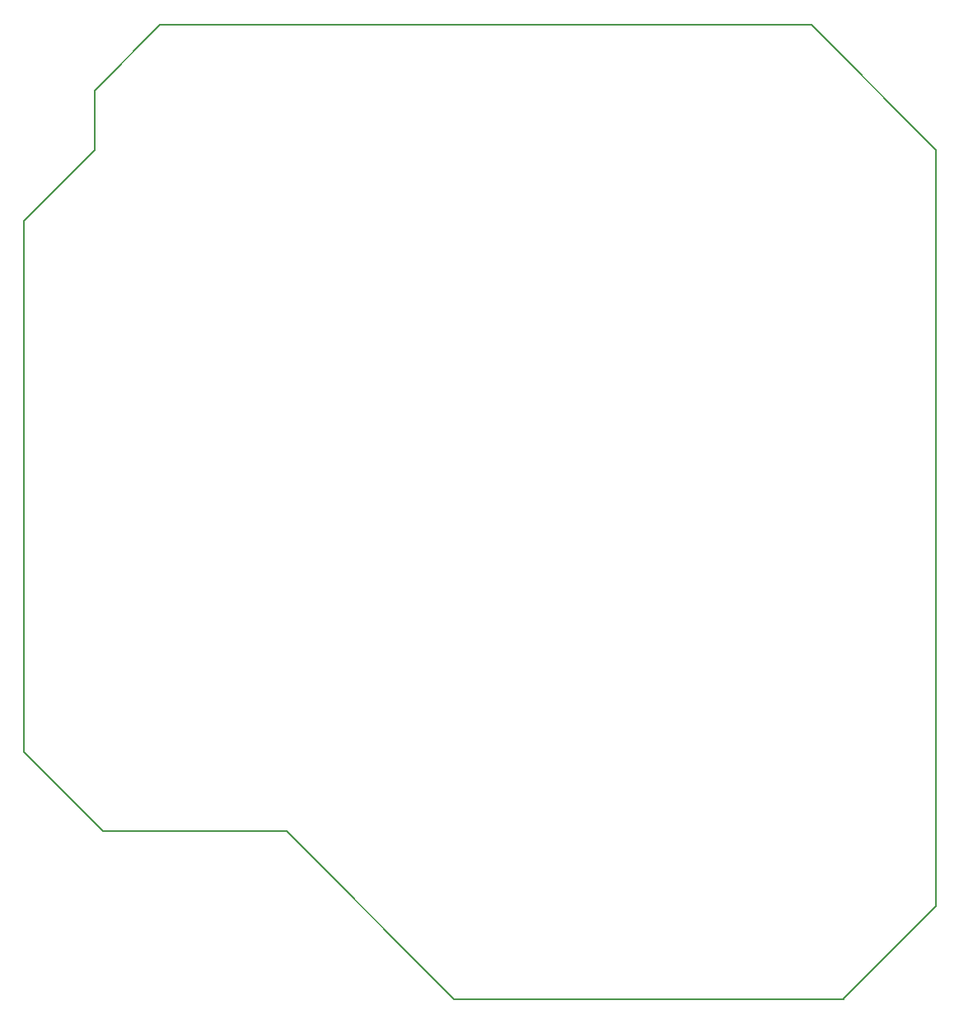
<source format=gbr>
%TF.GenerationSoftware,KiCad,Pcbnew,8.0.8*%
%TF.CreationDate,2025-02-04T20:34:59-06:00*%
%TF.ProjectId,DMXtoMotionPCB_V3,444d5874-6f4d-46f7-9469-6f6e5043425f,rev?*%
%TF.SameCoordinates,Original*%
%TF.FileFunction,Profile,NP*%
%FSLAX46Y46*%
G04 Gerber Fmt 4.6, Leading zero omitted, Abs format (unit mm)*
G04 Created by KiCad (PCBNEW 8.0.8) date 2025-02-04 20:34:59*
%MOMM*%
%LPD*%
G01*
G04 APERTURE LIST*
%TA.AperFunction,Profile*%
%ADD10C,0.140000*%
%TD*%
G04 APERTURE END LIST*
D10*
X114010000Y-55003600D02*
X107303600Y-61710000D01*
X180970000Y-55003600D02*
X193776400Y-67810000D01*
X180970000Y-55003600D02*
X114010000Y-55003600D01*
X100020000Y-75130000D02*
X100020000Y-129670000D01*
X127040000Y-137803600D02*
X108150000Y-137803600D01*
X107310000Y-67840000D02*
X100020000Y-75130000D01*
X144240000Y-155003600D02*
X184260000Y-155003600D01*
X144240000Y-155003600D02*
X127040000Y-137803600D01*
X193776400Y-145480000D02*
X184252800Y-155003600D01*
X193776400Y-67810000D02*
X193776400Y-145480000D01*
X107310000Y-67840000D02*
X107310000Y-61710000D01*
X100020000Y-129670000D02*
X108153600Y-137803600D01*
M02*

</source>
